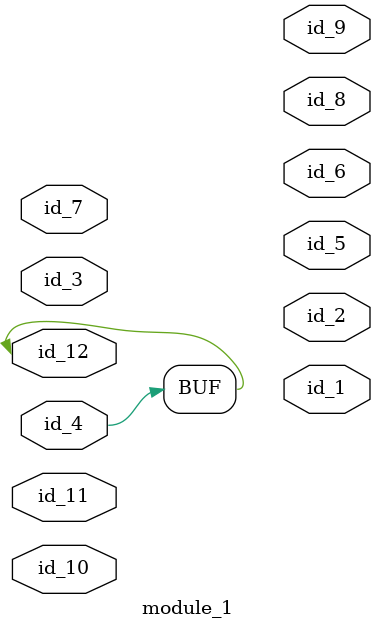
<source format=v>
module module_0;
  assign id_1 = 1;
endmodule
module module_1 (
    id_1,
    id_2,
    id_3,
    id_4,
    id_5,
    id_6,
    id_7,
    id_8,
    id_9,
    id_10,
    id_11,
    id_12
);
  inout wire id_12;
  input wire id_11;
  inout wire id_10;
  output wire id_9;
  output wire id_8;
  input wire id_7;
  output wire id_6;
  output wire id_5;
  input wire id_4;
  input wire id_3;
  output wire id_2;
  output wire id_1;
  assign id_12   = id_4;
  assign id_1[1] = id_11;
  module_0 modCall_1 ();
  wire id_13;
endmodule

</source>
